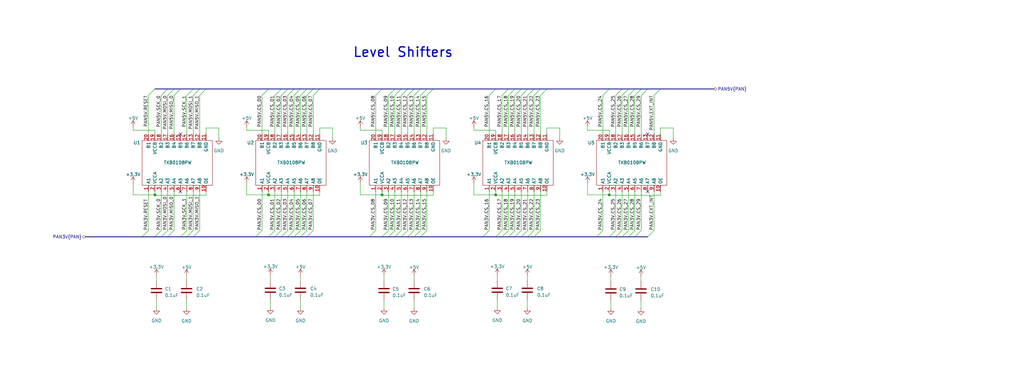
<source format=kicad_sch>
(kicad_sch (version 20231120) (generator "eeschema") (generator_version "8.0")
  (paper "User" 406.4 152.4)
  (lib_symbols
    (symbol "Device:C" (pin_numbers hide) (pin_names (offset 0.254))
      (property "Reference" "C" (at 0.635 2.54 0))
      (property "Value" "C" (at 0.635 -2.54 0))
      (symbol "C_0_1"
        (polyline (pts (xy -2.032 -0.762) (xy 2.032 -0.762)) (stroke (width 0.508)))
        (polyline (pts (xy -2.032 0.762) (xy 2.032 0.762)) (stroke (width 0.508)))
      )
      (symbol "C_1_1"
        (pin passive line (at 0 3.81 270) (length 2.794) (name "~") (number "1"))
        (pin passive line (at 0 -3.81 90) (length 2.794) (name "~") (number "2"))
      )
    )
    (symbol "TXB0108:TXB0108PW"
      (property "Reference" "U" (at -6.35 15.24 0))
      (property "Value" "TXB0108PW" (at 0 -15.24 0))
      (symbol "TXB0108PW_0_1"
        (rectangle (start -8.89 13.97) (end 8.89 -13.97))
      )
      (symbol "TXB0108PW_1_1"
        (pin bidirectional line (at -11.43 11.43 0) (length 2.54) (name "A1") (number "1"))
        (pin input line (at -11.43 -11.43 0) (length 2.54) (name "OE") (number "10"))
        (pin power_in line (at 11.43 -11.43 180) (length 2.54) (name "GND") (number "11"))
        (pin bidirectional line (at 11.43 -8.89 180) (length 2.54) (name "B8") (number "12"))
        (pin bidirectional line (at 11.43 -6.35 180) (length 2.54) (name "B7") (number "13"))
        (pin bidirectional line (at 11.43 -3.81 180) (length 2.54) (name "B6") (number "14"))
        (pin bidirectional line (at 11.43 -1.27 180) (length 2.54) (name "B5") (number "15"))
        (pin bidirectional line (at 11.43 1.27 180) (length 2.54) (name "B4") (number "16"))
        (pin bidirectional line (at 11.43 3.81 180) (length 2.54) (name "B3") (number "17"))
        (pin bidirectional line (at 11.43 6.35 180) (length 2.54) (name "B2") (number "18"))
        (pin bidirectional line (at 11.43 8.89 180) (length 2.54) (name "VCCB") (number "19"))
        (pin power_in line (at -11.43 8.89 0) (length 2.54) (name "VCCA") (number "2"))
        (pin bidirectional line (at 11.43 11.43 180) (length 2.54) (name "B1") (number "20"))
        (pin bidirectional line (at -11.43 6.35 0) (length 2.54) (name "A2") (number "3"))
        (pin bidirectional line (at -11.43 3.81 0) (length 2.54) (name "A3") (number "4"))
        (pin bidirectional line (at -11.43 1.27 0) (length 2.54) (name "A4") (number "5"))
        (pin bidirectional line (at -11.43 -1.27 0) (length 2.54) (name "A5") (number "6"))
        (pin bidirectional line (at -11.43 -3.81 0) (length 2.54) (name "A6") (number "7"))
        (pin bidirectional line (at -11.43 -6.35 0) (length 2.54) (name "A7") (number "8"))
        (pin bidirectional line (at -11.43 -8.89 0) (length 2.54) (name "A8") (number "9"))
      )
    )
    (symbol "power:+3.3V" (power) (pin_names (offset 0))
      (property "Value" "+3.3V" (at 0 3.556 0))
      (symbol "+3.3V_0_1"
        (polyline (pts (xy -0.762 1.27) (xy 0 2.54)))
        (polyline (pts (xy 0 0) (xy 0 2.54)))
        (polyline (pts (xy 0 2.54) (xy 0.762 1.27)))
      )
      (symbol "+3.3V_1_1"
        (pin power_in line (at 0 0 90) (length 0) hide (name "+3.3V") (number "1"))
      )
    )
    (symbol "power:+5V" (power) (pin_names (offset 0))
      (property "Value" "+5V" (at 0 3.556 0))
      (symbol "+5V_0_1"
        (polyline (pts (xy -0.762 1.27) (xy 0 2.54)))
        (polyline (pts (xy 0 0) (xy 0 2.54)))
        (polyline (pts (xy 0 2.54) (xy 0.762 1.27)))
      )
      (symbol "+5V_1_1"
        (pin power_in line (at 0 0 90) (length 0) hide (name "+5V") (number "1"))
      )
    )
    (symbol "power:GND" (power) (pin_names (offset 0))
      (property "Value" "GND" (at 0 -3.81 0))
      (symbol "GND_0_1"
        (polyline (pts (xy 0 0) (xy 0 -1.27) (xy 1.27 -1.27) (xy 0 -2.54) (xy -1.27 -1.27) (xy 0 -1.27)))
      )
      (symbol "GND_1_1"
        (pin power_in line (at 0 0 270) (length 0) hide (name "GND") (number "1"))
      )
    )
  )
  (junction (at 106.553 77.343))
  (junction (at 61.468 77.343))
  (junction (at 151.638 77.343))
  (junction (at 196.723 77.343))
  (junction (at 241.808 77.343))
  (no_connect (at 257.048 53.213))
  (no_connect (at 71.628 53.213))
  (no_connect (at 71.628 76.073))
  (no_connect (at 257.048 76.073))
  (bus_entry (at 206.883 37.846) (size 2.54 -2.54))
  (bus_entry (at 149.098 37.846) (size 2.54 -2.54))
  (bus_entry (at 111.633 37.846) (size 2.54 -2.54))
  (bus_entry (at 109.093 91.44) (size -2.54 2.54))
  (bus_entry (at 214.503 91.44) (size -2.54 2.54))
  (bus_entry (at 201.803 37.846) (size 2.54 -2.54))
  (bus_entry (at 239.268 91.44) (size -2.54 2.54))
  (bus_entry (at 69.088 91.44) (size -2.54 2.54))
  (bus_entry (at 251.968 91.44) (size -2.54 2.54))
  (bus_entry (at 166.878 37.846) (size 2.54 -2.54))
  (bus_entry (at 251.968 37.846) (size 2.54 -2.54))
  (bus_entry (at 194.183 37.846) (size 2.54 -2.54))
  (bus_entry (at 154.178 37.846) (size 2.54 -2.54))
  (bus_entry (at 161.798 91.44) (size -2.54 2.54))
  (bus_entry (at 199.263 91.44) (size -2.54 2.54))
  (bus_entry (at 66.548 37.846) (size 2.54 -2.54))
  (bus_entry (at 74.168 91.44) (size -2.54 2.54))
  (bus_entry (at 244.348 37.846) (size 2.54 -2.54))
  (bus_entry (at 159.258 37.846) (size 2.54 -2.54))
  (bus_entry (at 209.423 91.44) (size -2.54 2.54))
  (bus_entry (at 254.508 37.846) (size 2.54 -2.54))
  (bus_entry (at 211.963 37.846) (size 2.54 -2.54))
  (bus_entry (at 159.258 91.44) (size -2.54 2.54))
  (bus_entry (at 58.928 37.846) (size 2.54 -2.54))
  (bus_entry (at 104.013 91.44) (size -2.54 2.54))
  (bus_entry (at 124.333 37.846) (size 2.54 -2.54))
  (bus_entry (at 204.343 37.846) (size 2.54 -2.54))
  (bus_entry (at 259.588 37.846) (size 2.54 -2.54))
  (bus_entry (at 114.173 91.44) (size -2.54 2.54))
  (bus_entry (at 149.098 91.44) (size -2.54 2.54))
  (bus_entry (at 249.428 37.846) (size 2.54 -2.54))
  (bus_entry (at 259.588 91.44) (size -2.54 2.54))
  (bus_entry (at 199.263 37.846) (size 2.54 -2.54))
  (bus_entry (at 156.718 37.846) (size 2.54 -2.54))
  (bus_entry (at 76.708 91.44) (size -2.54 2.54))
  (bus_entry (at 194.183 91.44) (size -2.54 2.54))
  (bus_entry (at 64.008 91.44) (size -2.54 2.54))
  (bus_entry (at 79.248 37.846) (size 2.54 -2.54))
  (bus_entry (at 249.428 91.44) (size -2.54 2.54))
  (bus_entry (at 209.423 37.846) (size 2.54 -2.54))
  (bus_entry (at 201.803 91.44) (size -2.54 2.54))
  (bus_entry (at 79.248 91.44) (size -2.54 2.54))
  (bus_entry (at 64.008 37.846) (size 2.54 -2.54))
  (bus_entry (at 121.793 37.846) (size 2.54 -2.54))
  (bus_entry (at 211.963 91.44) (size -2.54 2.54))
  (bus_entry (at 111.633 91.44) (size -2.54 2.54))
  (bus_entry (at 76.708 37.846) (size 2.54 -2.54))
  (bus_entry (at 119.253 91.44) (size -2.54 2.54))
  (bus_entry (at 246.888 37.846) (size 2.54 -2.54))
  (bus_entry (at 244.348 91.44) (size -2.54 2.54))
  (bus_entry (at 109.093 37.846) (size 2.54 -2.54))
  (bus_entry (at 116.713 91.44) (size -2.54 2.54))
  (bus_entry (at 69.088 37.846) (size 2.54 -2.54))
  (bus_entry (at 116.713 37.846) (size 2.54 -2.54))
  (bus_entry (at 254.508 91.44) (size -2.54 2.54))
  (bus_entry (at 74.168 37.846) (size 2.54 -2.54))
  (bus_entry (at 161.798 37.846) (size 2.54 -2.54))
  (bus_entry (at 154.178 91.44) (size -2.54 2.54))
  (bus_entry (at 239.268 37.846) (size 2.54 -2.54))
  (bus_entry (at 169.418 37.846) (size 2.54 -2.54))
  (bus_entry (at 206.883 91.44) (size -2.54 2.54))
  (bus_entry (at 121.793 91.44) (size -2.54 2.54))
  (bus_entry (at 166.878 91.44) (size -2.54 2.54))
  (bus_entry (at 164.338 37.846) (size 2.54 -2.54))
  (bus_entry (at 156.718 91.44) (size -2.54 2.54))
  (bus_entry (at 164.338 91.44) (size -2.54 2.54))
  (bus_entry (at 119.253 37.846) (size 2.54 -2.54))
  (bus_entry (at 246.888 91.44) (size -2.54 2.54))
  (bus_entry (at 124.333 91.44) (size -2.54 2.54))
  (bus_entry (at 58.928 91.44) (size -2.54 2.54))
  (bus_entry (at 104.013 37.846) (size 2.54 -2.54))
  (bus_entry (at 66.548 91.44) (size -2.54 2.54))
  (bus_entry (at 204.343 91.44) (size -2.54 2.54))
  (bus_entry (at 214.503 37.846) (size 2.54 -2.54))
  (bus_entry (at 114.173 37.846) (size 2.54 -2.54))
  (bus_entry (at 169.418 91.44) (size -2.54 2.54))
  (bus (pts (xy 151.638 35.306) (xy 156.718 35.306)))
  (wire (pts (xy 52.832 51.689) (xy 52.832 50.419)))
  (bus (pts (xy 121.793 93.98) (xy 146.558 93.98)))
  (bus (pts (xy 164.338 35.306) (xy 166.878 35.306)))
  (wire (pts (xy 114.173 76.073) (xy 114.173 91.44)))
  (wire (pts (xy 164.338 109.474) (xy 164.338 111.506)))
  (wire (pts (xy 104.013 37.846) (xy 104.013 53.213)))
  (wire (pts (xy 214.503 76.073) (xy 214.503 91.44)))
  (wire (pts (xy 177.038 50.8) (xy 177.038 54.737)))
  (wire (pts (xy 97.917 51.689) (xy 97.917 50.419)))
  (wire (pts (xy 69.088 37.846) (xy 69.088 53.213)))
  (bus (pts (xy 191.643 93.98) (xy 196.723 93.98)))
  (wire (pts (xy 116.713 37.846) (xy 116.713 53.213)))
  (wire (pts (xy 151.638 77.343) (xy 143.002 77.343)))
  (wire (pts (xy 119.253 118.999) (xy 119.253 122.174)))
  (bus (pts (xy 154.178 93.98) (xy 156.718 93.98)))
  (wire (pts (xy 241.808 77.343) (xy 241.808 77.47)))
  (wire (pts (xy 106.553 77.47) (xy 126.873 77.47)))
  (bus (pts (xy 254.508 35.306) (xy 257.048 35.306)))
  (wire (pts (xy 74.168 76.073) (xy 74.168 91.44)))
  (bus (pts (xy 217.043 35.306) (xy 241.808 35.306)))
  (wire (pts (xy 119.253 109.347) (xy 119.253 111.379)))
  (wire (pts (xy 254.508 37.846) (xy 254.508 53.213)))
  (wire (pts (xy 126.873 50.8) (xy 131.953 50.8)))
  (wire (pts (xy 159.258 76.073) (xy 159.258 91.44)))
  (wire (pts (xy 154.178 37.846) (xy 154.178 53.213)))
  (wire (pts (xy 156.718 37.846) (xy 156.718 53.213)))
  (wire (pts (xy 76.708 76.073) (xy 76.708 91.44)))
  (bus (pts (xy 76.708 93.98) (xy 101.473 93.98)))
  (wire (pts (xy 109.093 76.073) (xy 109.093 91.44)))
  (wire (pts (xy 196.723 77.343) (xy 196.723 77.47)))
  (wire (pts (xy 196.723 51.689) (xy 188.087 51.689)))
  (bus (pts (xy 241.808 93.98) (xy 244.348 93.98)))
  (bus (pts (xy 119.253 93.98) (xy 121.793 93.98)))
  (bus (pts (xy 64.008 93.98) (xy 66.548 93.98)))
  (wire (pts (xy 254.381 119.253) (xy 254.381 122.428)))
  (wire (pts (xy 159.258 37.846) (xy 159.258 53.213)))
  (bus (pts (xy 209.423 93.98) (xy 211.963 93.98)))
  (wire (pts (xy 164.338 76.073) (xy 164.338 91.44)))
  (bus (pts (xy 214.503 35.306) (xy 217.043 35.306)))
  (wire (pts (xy 249.428 37.846) (xy 249.428 53.213)))
  (bus (pts (xy 121.793 35.306) (xy 124.333 35.306)))
  (wire (pts (xy 246.888 37.846) (xy 246.888 53.213)))
  (wire (pts (xy 52.832 72.644) (xy 52.832 77.343)))
  (wire (pts (xy 166.878 37.846) (xy 166.878 53.213)))
  (wire (pts (xy 217.043 76.073) (xy 217.043 77.47)))
  (bus (pts (xy 66.548 93.98) (xy 71.628 93.98)))
  (bus (pts (xy 166.878 93.98) (xy 191.643 93.98)))
  (wire (pts (xy 254.381 109.601) (xy 254.381 111.633)))
  (bus (pts (xy 146.558 93.98) (xy 151.638 93.98)))
  (wire (pts (xy 81.788 53.213) (xy 81.788 50.8)))
  (bus (pts (xy 241.808 35.306) (xy 246.888 35.306)))
  (wire (pts (xy 209.423 76.073) (xy 209.423 91.44)))
  (wire (pts (xy 116.713 76.073) (xy 116.713 91.44)))
  (wire (pts (xy 119.253 37.846) (xy 119.253 53.213)))
  (bus (pts (xy 76.708 35.306) (xy 79.248 35.306)))
  (bus (pts (xy 251.968 35.306) (xy 254.508 35.306)))
  (wire (pts (xy 201.803 76.073) (xy 201.803 91.44)))
  (wire (pts (xy 188.087 72.644) (xy 188.087 77.343)))
  (bus (pts (xy 171.958 35.306) (xy 196.723 35.306)))
  (wire (pts (xy 61.468 51.689) (xy 52.832 51.689)))
  (bus (pts (xy 156.718 93.98) (xy 159.258 93.98)))
  (wire (pts (xy 166.878 76.073) (xy 166.878 91.44)))
  (wire (pts (xy 239.268 37.846) (xy 239.268 53.213)))
  (bus (pts (xy 206.883 93.98) (xy 209.423 93.98)))
  (bus (pts (xy 246.888 35.306) (xy 249.428 35.306)))
  (bus (pts (xy 249.428 93.98) (xy 251.968 93.98)))
  (wire (pts (xy 262.128 50.8) (xy 267.208 50.8)))
  (bus (pts (xy 109.093 93.98) (xy 111.633 93.98)))
  (wire (pts (xy 259.588 76.073) (xy 259.588 91.44)))
  (wire (pts (xy 121.793 37.846) (xy 121.793 53.213)))
  (wire (pts (xy 239.268 76.073) (xy 239.268 91.44)))
  (wire (pts (xy 97.917 72.644) (xy 97.917 77.343)))
  (bus (pts (xy 199.263 93.98) (xy 201.803 93.98)))
  (wire (pts (xy 246.888 76.073) (xy 246.888 91.44)))
  (wire (pts (xy 241.808 77.343) (xy 233.172 77.343)))
  (bus (pts (xy 204.343 35.306) (xy 206.883 35.306)))
  (bus (pts (xy 61.468 35.306) (xy 66.548 35.306)))
  (wire (pts (xy 106.553 77.343) (xy 106.553 77.47)))
  (bus (pts (xy 196.723 35.306) (xy 201.803 35.306)))
  (bus (pts (xy 79.248 35.306) (xy 81.788 35.306)))
  (wire (pts (xy 66.548 76.073) (xy 66.548 91.44)))
  (wire (pts (xy 106.553 51.689) (xy 97.917 51.689)))
  (wire (pts (xy 143.002 51.689) (xy 143.002 50.419)))
  (wire (pts (xy 196.723 77.47) (xy 217.043 77.47)))
  (wire (pts (xy 79.248 76.073) (xy 79.248 91.44)))
  (wire (pts (xy 209.423 37.846) (xy 209.423 53.213)))
  (bus (pts (xy 101.473 93.98) (xy 106.553 93.98)))
  (bus (pts (xy 116.713 93.98) (xy 119.253 93.98)))
  (wire (pts (xy 151.638 76.073) (xy 151.638 77.343)))
  (wire (pts (xy 251.968 76.073) (xy 251.968 91.44)))
  (wire (pts (xy 149.098 76.073) (xy 149.098 91.44)))
  (wire (pts (xy 152.4 109.347) (xy 152.4 111.506)))
  (bus (pts (xy 204.343 93.98) (xy 206.883 93.98)))
  (bus (pts (xy 249.428 35.306) (xy 251.968 35.306)))
  (bus (pts (xy 66.548 35.306) (xy 69.088 35.306)))
  (wire (pts (xy 244.348 76.073) (xy 244.348 91.44)))
  (bus (pts (xy 124.333 35.306) (xy 126.873 35.306)))
  (wire (pts (xy 106.553 53.213) (xy 106.553 51.689)))
  (wire (pts (xy 151.638 51.689) (xy 143.002 51.689)))
  (bus (pts (xy 262.128 35.306) (xy 283.337 35.306)))
  (wire (pts (xy 131.953 50.8) (xy 131.953 54.737)))
  (wire (pts (xy 222.123 50.8) (xy 222.123 54.737)))
  (bus (pts (xy 246.888 93.98) (xy 249.428 93.98)))
  (wire (pts (xy 74.168 37.846) (xy 74.168 53.213)))
  (bus (pts (xy 211.963 35.306) (xy 214.503 35.306)))
  (bus (pts (xy 159.258 93.98) (xy 161.798 93.98)))
  (wire (pts (xy 199.263 76.073) (xy 199.263 91.44)))
  (wire (pts (xy 171.958 76.073) (xy 171.958 77.47)))
  (bus (pts (xy 33.909 93.98) (xy 56.388 93.98)))
  (wire (pts (xy 206.883 37.846) (xy 206.883 53.213)))
  (wire (pts (xy 194.183 76.073) (xy 194.183 91.44)))
  (wire (pts (xy 201.803 37.846) (xy 201.803 53.213)))
  (wire (pts (xy 66.548 37.846) (xy 66.548 53.213)))
  (bus (pts (xy 151.638 93.98) (xy 154.178 93.98)))
  (wire (pts (xy 76.708 37.846) (xy 76.708 53.213)))
  (bus (pts (xy 209.423 35.306) (xy 211.963 35.306)))
  (bus (pts (xy 106.553 35.306) (xy 111.633 35.306)))
  (wire (pts (xy 61.468 76.073) (xy 61.468 77.343)))
  (wire (pts (xy 241.808 51.689) (xy 233.172 51.689)))
  (wire (pts (xy 206.883 76.073) (xy 206.883 91.44)))
  (wire (pts (xy 119.253 76.073) (xy 119.253 91.44)))
  (wire (pts (xy 242.443 109.474) (xy 242.443 111.633)))
  (wire (pts (xy 262.128 76.073) (xy 262.128 77.47)))
  (wire (pts (xy 74.041 109.474) (xy 74.041 111.506)))
  (wire (pts (xy 164.338 37.846) (xy 164.338 53.213)))
  (wire (pts (xy 106.553 76.073) (xy 106.553 77.343)))
  (bus (pts (xy 116.713 35.306) (xy 119.253 35.306)))
  (wire (pts (xy 107.315 118.999) (xy 107.315 122.047)))
  (wire (pts (xy 171.958 50.8) (xy 177.038 50.8)))
  (wire (pts (xy 111.633 37.846) (xy 111.633 53.213)))
  (wire (pts (xy 254.508 76.073) (xy 254.508 91.44)))
  (wire (pts (xy 81.788 76.073) (xy 81.788 77.47)))
  (wire (pts (xy 196.723 76.073) (xy 196.723 77.343)))
  (bus (pts (xy 201.803 93.98) (xy 204.343 93.98)))
  (bus (pts (xy 251.968 93.98) (xy 257.048 93.98)))
  (wire (pts (xy 61.468 53.213) (xy 61.468 51.689)))
  (wire (pts (xy 197.358 109.22) (xy 197.358 111.379)))
  (wire (pts (xy 61.468 77.343) (xy 61.468 77.47)))
  (wire (pts (xy 124.333 76.073) (xy 124.333 91.44)))
  (wire (pts (xy 69.088 76.073) (xy 69.088 91.44)))
  (bus (pts (xy 206.883 35.306) (xy 209.423 35.306)))
  (wire (pts (xy 267.208 50.8) (xy 267.208 54.737)))
  (wire (pts (xy 86.868 50.8) (xy 86.868 54.737)))
  (wire (pts (xy 194.183 37.846) (xy 194.183 53.213)))
  (wire (pts (xy 156.718 76.073) (xy 156.718 91.44)))
  (wire (pts (xy 109.093 37.846) (xy 109.093 53.213)))
  (wire (pts (xy 61.468 77.47) (xy 81.788 77.47)))
  (wire (pts (xy 151.638 53.213) (xy 151.638 51.689)))
  (wire (pts (xy 209.296 118.999) (xy 209.296 122.174)))
  (wire (pts (xy 262.128 53.213) (xy 262.128 50.8)))
  (wire (pts (xy 152.4 119.126) (xy 152.4 122.174)))
  (wire (pts (xy 209.296 109.347) (xy 209.296 111.379)))
  (wire (pts (xy 74.041 119.126) (xy 74.041 122.301)))
  (bus (pts (xy 119.253 35.306) (xy 121.793 35.306)))
  (wire (pts (xy 241.808 76.073) (xy 241.808 77.343)))
  (bus (pts (xy 201.803 35.306) (xy 204.343 35.306)))
  (wire (pts (xy 161.798 37.846) (xy 161.798 53.213)))
  (wire (pts (xy 121.793 76.073) (xy 121.793 91.44)))
  (wire (pts (xy 58.928 37.846) (xy 58.928 53.213)))
  (bus (pts (xy 111.633 35.306) (xy 114.173 35.306)))
  (wire (pts (xy 107.315 109.22) (xy 107.315 111.379)))
  (wire (pts (xy 251.968 37.846) (xy 251.968 53.213)))
  (wire (pts (xy 196.723 53.213) (xy 196.723 51.689)))
  (bus (pts (xy 211.963 93.98) (xy 236.728 93.98)))
  (wire (pts (xy 197.358 118.999) (xy 197.358 122.047)))
  (wire (pts (xy 211.963 76.073) (xy 211.963 91.44)))
  (wire (pts (xy 61.468 77.343) (xy 52.832 77.343)))
  (bus (pts (xy 126.873 35.306) (xy 151.638 35.306)))
  (bus (pts (xy 196.723 93.98) (xy 199.263 93.98)))
  (wire (pts (xy 233.172 72.644) (xy 233.172 77.343)))
  (wire (pts (xy 169.418 76.073) (xy 169.418 91.44)))
  (bus (pts (xy 56.388 93.98) (xy 61.468 93.98)))
  (wire (pts (xy 171.958 53.213) (xy 171.958 50.8)))
  (wire (pts (xy 169.418 37.846) (xy 169.418 53.213)))
  (bus (pts (xy 169.418 35.306) (xy 171.958 35.306)))
  (bus (pts (xy 71.628 35.306) (xy 76.708 35.306)))
  (wire (pts (xy 217.043 50.8) (xy 222.123 50.8)))
  (wire (pts (xy 196.723 77.343) (xy 188.087 77.343)))
  (wire (pts (xy 211.963 37.846) (xy 211.963 53.213)))
  (wire (pts (xy 188.087 51.689) (xy 188.087 50.419)))
  (bus (pts (xy 71.628 93.98) (xy 74.168 93.98)))
  (wire (pts (xy 104.013 76.073) (xy 104.013 91.44)))
  (wire (pts (xy 214.503 37.846) (xy 214.503 53.213)))
  (wire (pts (xy 204.343 76.073) (xy 204.343 91.44)))
  (wire (pts (xy 249.428 76.073) (xy 249.428 91.44)))
  (wire (pts (xy 114.173 37.846) (xy 114.173 53.213)))
  (bus (pts (xy 244.348 93.98) (xy 246.888 93.98)))
  (bus (pts (xy 114.173 35.306) (xy 116.713 35.306)))
  (wire (pts (xy 151.638 77.47) (xy 171.958 77.47)))
  (wire (pts (xy 126.873 53.213) (xy 126.873 50.8)))
  (bus (pts (xy 81.788 35.306) (xy 106.553 35.306)))
  (wire (pts (xy 106.553 77.343) (xy 97.917 77.343)))
  (wire (pts (xy 62.103 109.347) (xy 62.103 111.506)))
  (wire (pts (xy 244.348 37.846) (xy 244.348 53.213)))
  (bus (pts (xy 159.258 35.306) (xy 161.798 35.306)))
  (wire (pts (xy 154.178 76.073) (xy 154.178 91.44)))
  (bus (pts (xy 61.468 93.98) (xy 64.008 93.98)))
  (bus (pts (xy 161.798 35.306) (xy 164.338 35.306)))
  (wire (pts (xy 164.338 119.126) (xy 164.338 122.301)))
  (wire (pts (xy 58.928 76.073) (xy 58.928 91.44)))
  (bus (pts (xy 114.173 93.98) (xy 116.713 93.98)))
  (wire (pts (xy 259.588 37.846) (xy 259.588 53.213)))
  (wire (pts (xy 241.808 53.213) (xy 241.808 51.689)))
  (wire (pts (xy 64.008 76.073) (xy 64.008 91.44)))
  (bus (pts (xy 74.168 93.98) (xy 76.708 93.98)))
  (wire (pts (xy 64.008 37.846) (xy 64.008 53.213)))
  (wire (pts (xy 62.103 119.126) (xy 62.103 122.174)))
  (wire (pts (xy 217.043 53.213) (xy 217.043 50.8)))
  (wire (pts (xy 241.808 77.47) (xy 262.128 77.47)))
  (wire (pts (xy 151.638 77.343) (xy 151.638 77.47)))
  (wire (pts (xy 126.873 76.073) (xy 126.873 77.47)))
  (bus (pts (xy 166.878 35.306) (xy 169.418 35.306)))
  (bus (pts (xy 257.048 35.306) (xy 262.128 35.306)))
  (wire (pts (xy 143.002 72.644) (xy 143.002 77.343)))
  (wire (pts (xy 204.343 37.846) (xy 204.343 53.213)))
  (wire (pts (xy 111.633 76.073) (xy 111.633 91.44)))
  (wire (pts (xy 124.333 37.846) (xy 124.333 53.213)))
  (wire (pts (xy 81.788 50.8) (xy 86.868 50.8)))
  (bus (pts (xy 236.728 93.98) (xy 241.808 93.98)))
  (bus (pts (xy 69.088 35.306) (xy 71.628 35.306)))
  (bus (pts (xy 106.553 93.98) (xy 109.093 93.98)))
  (bus (pts (xy 156.718 35.306) (xy 159.258 35.306)))
  (wire (pts (xy 161.798 76.073) (xy 161.798 91.44)))
  (bus (pts (xy 164.338 93.98) (xy 166.878 93.98)))
  (wire (pts (xy 199.263 37.846) (xy 199.263 53.213)))
  (wire (pts (xy 79.248 37.846) (xy 79.248 53.213)))
  (bus (pts (xy 161.798 93.98) (xy 164.338 93.98)))
  (wire (pts (xy 233.172 51.689) (xy 233.172 50.419)))
  (wire (pts (xy 149.098 37.846) (xy 149.098 53.213)))
  (wire (pts (xy 242.443 119.253) (xy 242.443 122.301)))
  (bus (pts (xy 111.633 93.98) (xy 114.173 93.98)))
  (text "Level Shifters" (at 139.954 23.114 0) (effects (font (size 3.81 3.81) (thickness 0.508) (bold yes)) (justify left bottom)))
  (label "PAN3V.CS_06" (at 121.793 91.44 90))
  (label "PAN5V.SCK_1" (at 74.168 37.846 270))
  (label "PAN3V.CS_05" (at 119.253 91.44 90))
  (label "PAN5V.CS_17" (at 199.263 37.846 270))
  (label "PAN5V.CS_20" (at 206.883 37.846 270))
  (label "PAN5V.CS_13" (at 164.338 37.846 270))
  (label "PAN5V.CS_23" (at 214.503 37.846 270))
  (label "PAN5V.CS_24" (at 239.268 37.846 270))
  (label "PAN5V.CS_26" (at 246.888 37.846 270))
  (label "PAN5V.CS_16" (at 194.183 37.846 270))
  (label "PAN5V.CS_04" (at 116.713 37.846 270))
  (label "PAN3V.CS_11" (at 159.258 91.44 90))
  (label "PAN3V.CS_26" (at 246.888 91.44 90))
  (label "PAN3V.CS_16" (at 194.183 91.44 90))
  (label "PAN3V.CS_24" (at 239.268 91.44 90))
  (label "PAN3V.CS_00" (at 104.013 91.44 90))
  (label "PAN3V.CS_07" (at 124.333 91.44 90))
  (label "PAN3V.CS_27" (at 249.428 91.44 90))
  (label "PAN5V.CS_07" (at 124.333 37.846 270))
  (label "PAN5V.CS_21" (at 209.423 37.846 270))
  (label "PAN3V.CS_23" (at 214.503 91.44 90))
  (label "PAN3V.CS_14" (at 166.878 91.44 90))
  (label "PAN3V.CS_01" (at 109.093 91.44 90))
  (label "PAN3V.CS_28" (at 251.968 91.44 90))
  (label "PAN5V.CS_02" (at 111.633 37.846 270))
  (label "PAN3V.CS_17" (at 199.263 91.44 90))
  (label "PAN5V.CS_25" (at 244.348 37.846 270))
  (label "PAN5V.RESET" (at 58.928 37.846 270))
  (label "PAN3V.SCK_1" (at 74.168 91.313 90))
  (label "PAN5V.MISO_1" (at 79.248 37.846 270))
  (label "PAN3V.CS_04" (at 116.713 91.44 90))
  (label "PAN5V.SCK_0" (at 64.008 37.846 270))
  (label "PAN3V.MOSI_1" (at 76.708 91.313 90))
  (label "PAN5V.CS_11" (at 159.258 37.846 270))
  (label "PAN5V.CS_14" (at 166.878 37.846 270))
  (label "PAN5V.CS_15" (at 169.418 37.846 270))
  (label "PAN3V.CS_18" (at 201.803 91.44 90))
  (label "PAN3V.CS_15" (at 169.418 91.44 90))
  (label "PAN5V.CS_22" (at 211.963 37.846 270))
  (label "PAN5V.EXT_INT" (at 259.588 37.846 270))
  (label "PAN5V.CS_29" (at 254.508 37.846 270))
  (label "PAN3V.CS_13" (at 164.338 91.44 90))
  (label "PAN3V.CS_02" (at 111.633 91.44 90))
  (label "PAN5V.CS_19" (at 204.343 37.846 270))
  (label "PAN3V.CS_22" (at 211.963 91.44 90))
  (label "PAN3V.CS_19" (at 204.343 91.44 90))
  (label "PAN5V.CS_27" (at 249.428 37.846 270))
  (label "PAN5V.CS_10" (at 156.718 37.846 270))
  (label "PAN3V.CS_12" (at 161.798 91.44 90))
  (label "PAN5V.MISO_0" (at 69.088 37.846 270))
  (label "PAN3V.MISO_1" (at 79.248 91.313 90))
  (label "PAN5V.CS_03" (at 114.173 37.846 270))
  (label "PAN3V.MISO_0" (at 69.088 91.44 90))
  (label "PAN3V.CS_10" (at 156.718 91.44 90))
  (label "PAN3V.CS_21" (at 209.423 91.44 90))
  (label "PAN3V.EXT_INT" (at 259.588 91.44 90))
  (label "PAN5V.CS_06" (at 121.793 37.846 270))
  (label "PAN3V.CS_08" (at 149.098 91.44 90))
  (label "PAN5V.CS_01" (at 109.093 37.846 270))
  (label "PAN5V.CS_08" (at 149.098 37.846 270))
  (label "PAN3V.CS_25" (at 244.348 91.44 90))
  (label "PAN5V.CS_28" (at 251.968 37.846 270))
  (label "PAN5V.CS_12" (at 161.798 37.846 270))
  (label "PAN5V.CS_18" (at 201.803 37.846 270))
  (label "PAN3V.CS_09" (at 154.178 91.44 90))
  (label "PAN5V.MOSI_1" (at 76.708 37.846 270))
  (label "PAN3V.CS_29" (at 254.508 91.44 90))
  (label "PAN3V.MOSI_0" (at 66.548 91.44 90))
  (label "PAN5V.CS_05" (at 119.253 37.846 270))
  (label "PAN3V.RESET" (at 58.928 91.44 90))
  (label "PAN3V.SCK_0" (at 64.008 91.44 90))
  (label "PAN5V.CS_09" (at 154.178 37.846 270))
  (label "PAN5V.CS_00" (at 104.013 37.846 270))
  (label "PAN5V.MOSI_0" (at 66.548 37.846 270))
  (label "PAN3V.CS_03" (at 114.173 91.44 90))
  (label "PAN3V.CS_20" (at 206.883 91.44 90))
  (hierarchical_label "PAN3V{PAN}" (shape bidirectional) (at 33.909 93.98 180))
  (hierarchical_label "PAN5V{PAN}" (shape bidirectional) (at 283.337 35.306 0))
  (symbol (lib_id "power:GND") (at 209.296 122.174 0) (unit 1)
    (property "Reference" "#PWR060" (effects (hide yes)))
    (property "Value" "GND" (at 209.296 127.254 0))
  )
  (symbol (lib_id "Device:C") (at 197.358 115.189 0) (unit 1)
    (property "Reference" "C7" (at 200.66 114.554 0) (effects (justify left)))
    (property "Value" "0.1uF" (at 200.66 117.094 0) (effects (justify left)))
    (property "Footprint" "Capacitor_SMD:C_0603_1608Metric" (effects (hide yes)))
  )
  (symbol (lib_id "power:+3.3V") (at 242.443 109.474 0) (unit 1)
    (property "Reference" "#PWR069" (effects (hide yes)))
    (property "Value" "+3.3V" (at 242.443 106.045 0))
  )
  (symbol (lib_id "power:+3.3V") (at 152.4 109.347 0) (unit 1)
    (property "Reference" "#PWR035" (effects (hide yes)))
    (property "Value" "+3.3V" (at 152.4 105.918 0))
  )
  (symbol (lib_id "power:+5V") (at 52.832 50.419 0) (unit 1)
    (property "Reference" "#PWR063" (effects (hide yes)))
    (property "Value" "+5V" (at 52.832 46.863 0))
  )
  (symbol (lib_id "power:+5V") (at 209.296 109.347 0) (unit 1)
    (property "Reference" "#PWR042" (effects (hide yes)))
    (property "Value" "+5V" (at 209.296 105.918 0))
  )
  (symbol (lib_id "power:+5V") (at 143.002 50.419 0) (unit 1)
    (property "Reference" "#PWR031" (effects (hide yes)))
    (property "Value" "+5V" (at 143.002 46.863 0))
  )
  (symbol (lib_id "power:GND") (at 74.041 122.301 0) (unit 1)
    (property "Reference" "#PWR017" (effects (hide yes)))
    (property "Value" "GND" (at 74.041 127.381 0))
  )
  (symbol (lib_id "TXB0108:TXB0108PW") (at 70.358 64.643 90) (unit 1)
    (property "Reference" "U1" (at 52.959 56.642 90) (effects (justify right)))
    (property "Value" "TXB0108PW" (at 64.897 64.516 90) (effects (justify right)))
    (property "Footprint" "Package_SO:TSSOP-20_4.4x6.5mm_P0.65mm" (effects (hide yes)))
  )
  (symbol (lib_id "power:+3.3V") (at 233.172 72.644 0) (unit 1)
    (property "Reference" "#PWR068" (effects (hide yes)))
    (property "Value" "+3.3V" (at 233.172 69.215 0))
  )
  (symbol (lib_id "Device:C") (at 74.041 115.316 0) (unit 1)
    (property "Reference" "C2" (at 77.851 114.681 0) (effects (justify left)))
    (property "Value" "0.1uF" (at 77.851 117.221 0) (effects (justify left)))
    (property "Footprint" "Capacitor_SMD:C_0603_1608Metric" (effects (hide yes)))
  )
  (symbol (lib_id "Device:C") (at 254.381 115.443 0) (unit 1)
    (property "Reference" "C10" (at 258.191 114.808 0) (effects (justify left)))
    (property "Value" "0.1uF" (at 258.191 117.348 0) (effects (justify left)))
    (property "Footprint" "Capacitor_SMD:C_0603_1608Metric" (effects (hide yes)))
  )
  (symbol (lib_id "Device:C") (at 62.103 115.316 0) (unit 1)
    (property "Reference" "C1" (at 65.405 114.681 0) (effects (justify left)))
    (property "Value" "0.1uF" (at 65.405 117.221 0) (effects (justify left)))
    (property "Footprint" "Capacitor_SMD:C_0603_1608Metric" (effects (hide yes)))
  )
  (symbol (lib_id "power:GND") (at 197.358 122.047 0) (unit 1)
    (property "Reference" "#PWR043" (effects (hide yes)))
    (property "Value" "GND" (at 197.358 127.127 0))
  )
  (symbol (lib_id "power:GND") (at 267.208 54.737 0) (unit 1)
    (property "Reference" "#PWR067" (effects (hide yes)))
    (property "Value" "GND" (at 267.208 59.817 0))
  )
  (symbol (lib_id "TXB0108:TXB0108PW") (at 250.698 64.643 90) (unit 1)
    (property "Reference" "U5" (at 233.299 56.642 90) (effects (justify right)))
    (property "Value" "TXB0108PW" (at 245.237 64.516 90) (effects (justify right)))
    (property "Footprint" "Package_SO:TSSOP-20_4.4x6.5mm_P0.65mm" (effects (hide yes)))
  )
  (symbol (lib_id "Device:C") (at 152.4 115.316 0) (unit 1)
    (property "Reference" "C5" (at 155.702 114.681 0) (effects (justify left)))
    (property "Value" "0.1uF" (at 155.702 117.221 0) (effects (justify left)))
    (property "Footprint" "Capacitor_SMD:C_0603_1608Metric" (effects (hide yes)))
  )
  (symbol (lib_id "power:+3.3V") (at 107.315 109.22 0) (unit 1)
    (property "Reference" "#PWR028" (effects (hide yes)))
    (property "Value" "+3.3V" (at 107.315 105.791 0))
  )
  (symbol (lib_id "power:+3.3V") (at 197.358 109.22 0) (unit 1)
    (property "Reference" "#PWR041" (effects (hide yes)))
    (property "Value" "+3.3V" (at 197.358 105.791 0))
  )
  (symbol (lib_id "power:+3.3V") (at 143.002 72.644 0) (unit 1)
    (property "Reference" "#PWR064" (effects (hide yes)))
    (property "Value" "+3.3V" (at 143.002 69.215 0))
  )
  (symbol (lib_id "Device:C") (at 107.315 115.189 0) (unit 1)
    (property "Reference" "C3" (at 110.617 114.554 0) (effects (justify left)))
    (property "Value" "0.1uF" (at 110.617 117.094 0) (effects (justify left)))
    (property "Footprint" "Capacitor_SMD:C_0603_1608Metric" (effects (hide yes)))
  )
  (symbol (lib_id "power:+5V") (at 254.381 109.601 0) (unit 1)
    (property "Reference" "#PWR070" (effects (hide yes)))
    (property "Value" "+5V" (at 254.381 106.172 0))
  )
  (symbol (lib_id "power:GND") (at 164.338 122.301 0) (unit 1)
    (property "Reference" "#PWR040" (effects (hide yes)))
    (property "Value" "GND" (at 164.338 127.381 0))
  )
  (symbol (lib_id "power:+5V") (at 233.172 50.419 0) (unit 1)
    (property "Reference" "#PWR066" (effects (hide yes)))
    (property "Value" "+5V" (at 233.172 46.863 0))
  )
  (symbol (lib_id "Device:C") (at 209.296 115.189 0) (unit 1)
    (property "Reference" "C8" (at 213.106 114.554 0) (effects (justify left)))
    (property "Value" "0.1uF" (at 213.106 117.094 0) (effects (justify left)))
    (property "Footprint" "Capacitor_SMD:C_0603_1608Metric" (effects (hide yes)))
  )
  (symbol (lib_id "power:GND") (at 222.123 54.737 0) (unit 1)
    (property "Reference" "#PWR039" (effects (hide yes)))
    (property "Value" "GND" (at 222.123 59.817 0))
  )
  (symbol (lib_id "power:+5V") (at 188.087 50.419 0) (unit 1)
    (property "Reference" "#PWR032" (effects (hide yes)))
    (property "Value" "+5V" (at 188.087 46.863 0))
  )
  (symbol (lib_id "power:GND") (at 131.953 54.737 0) (unit 1)
    (property "Reference" "#PWR025" (effects (hide yes)))
    (property "Value" "GND" (at 131.953 59.817 0))
  )
  (symbol (lib_id "power:GND") (at 107.315 122.047 0) (unit 1)
    (property "Reference" "#PWR030" (effects (hide yes)))
    (property "Value" "GND" (at 107.315 127.127 0))
  )
  (symbol (lib_id "power:GND") (at 177.038 54.737 0) (unit 1)
    (property "Reference" "#PWR033" (effects (hide yes)))
    (property "Value" "GND" (at 177.038 59.817 0))
  )
  (symbol (lib_id "power:+3.3V") (at 52.832 72.644 0) (unit 1)
    (property "Reference" "#PWR061" (effects (hide yes)))
    (property "Value" "+3.3V" (at 52.832 69.215 0))
  )
  (symbol (lib_id "power:+5V") (at 119.253 109.347 0) (unit 1)
    (property "Reference" "#PWR029" (effects (hide yes)))
    (property "Value" "+5V" (at 119.253 105.918 0))
  )
  (symbol (lib_id "power:GND") (at 254.381 122.428 0) (unit 1)
    (property "Reference" "#PWR072" (effects (hide yes)))
    (property "Value" "GND" (at 254.381 127.508 0))
  )
  (symbol (lib_id "power:+3.3V") (at 97.917 72.644 0) (unit 1)
    (property "Reference" "#PWR026" (effects (hide yes)))
    (property "Value" "+3.3V" (at 97.917 69.215 0))
  )
  (symbol (lib_id "power:+5V") (at 97.917 50.419 0) (unit 1)
    (property "Reference" "#PWR012" (effects (hide yes)))
    (property "Value" "+5V" (at 97.917 46.863 0))
  )
  (symbol (lib_id "TXB0108:TXB0108PW") (at 115.443 64.643 90) (unit 1)
    (property "Reference" "U2" (at 98.044 56.642 90) (effects (justify right)))
    (property "Value" "TXB0108PW" (at 109.982 64.516 90) (effects (justify right)))
    (property "Footprint" "Package_SO:TSSOP-20_4.4x6.5mm_P0.65mm" (effects (hide yes)))
  )
  (symbol (lib_id "power:GND") (at 119.253 122.174 0) (unit 1)
    (property "Reference" "#PWR034" (effects (hide yes)))
    (property "Value" "GND" (at 119.253 127.254 0))
  )
  (symbol (lib_id "Device:C") (at 119.253 115.189 0) (unit 1)
    (property "Reference" "C4" (at 123.063 114.554 0) (effects (justify left)))
    (property "Value" "0.1uF" (at 123.063 117.094 0) (effects (justify left)))
    (property "Footprint" "Capacitor_SMD:C_0603_1608Metric" (effects (hide yes)))
  )
  (symbol (lib_id "power:+5V") (at 164.338 109.474 0) (unit 1)
    (property "Reference" "#PWR036" (effects (hide yes)))
    (property "Value" "+5V" (at 164.338 106.045 0))
  )
  (symbol (lib_id "TXB0108:TXB0108PW") (at 160.528 64.643 90) (unit 1)
    (property "Reference" "U3" (at 143.129 56.642 90) (effects (justify right)))
    (property "Value" "TXB0108PW" (at 155.067 64.516 90) (effects (justify right)))
    (property "Footprint" "Package_SO:TSSOP-20_4.4x6.5mm_P0.65mm" (effects (hide yes)))
  )
  (symbol (lib_id "power:GND") (at 242.443 122.301 0) (unit 1)
    (property "Reference" "#PWR071" (effects (hide yes)))
    (property "Value" "GND" (at 242.443 127.381 0))
  )
  (symbol (lib_id "power:+5V") (at 74.041 109.474 0) (unit 1)
    (property "Reference" "#PWR027" (effects (hide yes)))
    (property "Value" "+5V" (at 74.041 106.045 0))
  )
  (symbol (lib_id "power:+3.3V") (at 62.103 109.347 0) (unit 1)
    (property "Reference" "#PWR018" (effects (hide yes)))
    (property "Value" "+3.3V" (at 62.103 105.918 0))
  )
  (symbol (lib_id "Device:C") (at 164.338 115.316 0) (unit 1)
    (property "Reference" "C6" (at 168.148 114.681 0) (effects (justify left)))
    (property "Value" "0.1uF" (at 168.148 117.221 0) (effects (justify left)))
    (property "Footprint" "Capacitor_SMD:C_0603_1608Metric" (effects (hide yes)))
  )
  (symbol (lib_id "power:GND") (at 86.868 54.737 0) (unit 1)
    (property "Reference" "#PWR062" (effects (hide yes)))
    (property "Value" "GND" (at 86.868 59.817 0))
  )
  (symbol (lib_id "Device:C") (at 242.443 115.443 0) (unit 1)
    (property "Reference" "C9" (at 245.745 114.808 0) (effects (justify left)))
    (property "Value" "0.1uF" (at 245.745 117.348 0) (effects (justify left)))
    (property "Footprint" "Capacitor_SMD:C_0603_1608Metric" (effects (hide yes)))
  )
  (symbol (lib_id "power:GND") (at 62.103 122.174 0) (unit 1)
    (property "Reference" "#PWR015" (effects (hide yes)))
    (property "Value" "GND" (at 62.103 127.254 0))
  )
  (symbol (lib_id "TXB0108:TXB0108PW") (at 205.613 64.643 90) (unit 1)
    (property "Reference" "U4" (at 188.214 56.642 90) (effects (justify right)))
    (property "Value" "TXB0108PW" (at 200.152 64.516 90) (effects (justify right)))
    (property "Footprint" "Package_SO:TSSOP-20_4.4x6.5mm_P0.65mm" (effects (hide yes)))
  )
  (symbol (lib_id "power:GND") (at 152.4 122.174 0) (unit 1)
    (property "Reference" "#PWR037" (effects (hide yes)))
    (property "Value" "GND" (at 152.4 127.254 0))
  )
  (symbol (lib_id "power:+3.3V") (at 188.087 72.644 0) (unit 1)
    (property "Reference" "#PWR065" (effects (hide yes)))
    (property "Value" "+3.3V" (at 188.087 69.215 0))
  )
)
</source>
